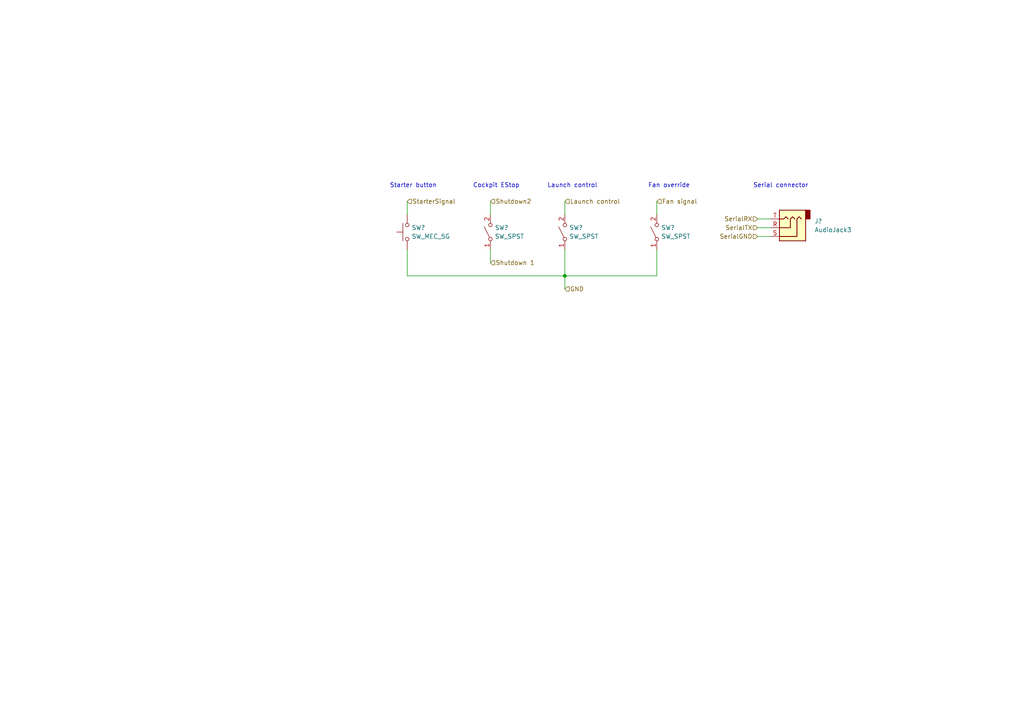
<source format=kicad_sch>
(kicad_sch (version 20211123) (generator eeschema)
  (paper "A4")
  (lib_symbols
    (symbol "Connector:AudioJack3"
      (property "Reference" "J" (at 0 8.89 0))
      (property "Value" "AudioJack3" (at 0 6.35 0))
      (symbol "AudioJack3_0_1"
        (rectangle (start -5.08 -5.08) (end -6.35 -2.54) (stroke (width 0.254)) (fill (type outline)))
        (polyline (pts (xy 0 -2.54) (xy 0.635 -3.175) (xy 1.27 -2.54) (xy 2.54 -2.54)) (stroke (width 0.254)))
        (polyline (pts (xy -1.905 -2.54) (xy -1.27 -3.175) (xy -0.635 -2.54) (xy -0.635 0) (xy 2.54 0)) (stroke (width 0.254)))
        (polyline (pts (xy 2.54 2.54) (xy -2.54 2.54) (xy -2.54 -2.54) (xy -3.175 -3.175) (xy -3.81 -2.54)) (stroke (width 0.254)))
        (rectangle (start 2.54 3.81) (end -5.08 -5.08) (stroke (width 0.254)) (fill (type background)))
      )
      (symbol "AudioJack3_1_1"
        (pin passive line (at 5.08 0 180) (length 2.54) (name "~") (number "R"))
        (pin passive line (at 5.08 2.54 180) (length 2.54) (name "~") (number "S"))
        (pin passive line (at 5.08 -2.54 180) (length 2.54) (name "~") (number "T"))
      )
    )
    (symbol "Switch:SW_MEC_5G" (pin_numbers hide) (pin_names (offset 1.016) hide)
      (property "Reference" "SW" (at 1.27 2.54 0))
      (property "Value" "SW_MEC_5G" (at 0 -1.524 0))
      (symbol "SW_MEC_5G_0_1"
        (circle (center -2.032 0) (radius 0.508))
        (polyline (pts (xy 0 1.27) (xy 0 3.048)))
        (polyline (pts (xy 2.54 1.27) (xy -2.54 1.27)))
        (circle (center 2.032 0) (radius 0.508))
        (pin passive line (at -5.08 0 0) (length 2.54) (name "A") (number "1"))
        (pin passive line (at 5.08 0 180) (length 2.54) (name "B") (number "3"))
      )
      (symbol "SW_MEC_5G_1_1"
        (pin passive line (at -5.08 0 0) (length 2.54) hide (name "A") (number "2"))
        (pin passive line (at 5.08 0 180) (length 2.54) hide (name "B") (number "4"))
      )
    )
    (symbol "Switch:SW_SPST" (pin_names (offset 0) hide)
      (property "Reference" "SW" (at 0 3.175 0))
      (property "Value" "SW_SPST" (at 0 -2.54 0))
      (symbol "SW_SPST_0_0"
        (circle (center -2.032 0) (radius 0.508))
        (polyline (pts (xy -1.524 0.254) (xy 1.524 1.778)))
        (circle (center 2.032 0) (radius 0.508))
      )
      (symbol "SW_SPST_1_1"
        (pin passive line (at -5.08 0 0) (length 2.54) (name "A") (number "1"))
        (pin passive line (at 5.08 0 180) (length 2.54) (name "B") (number "2"))
      )
    )
  )
  (junction (at 163.83 80.01))
  (wire (pts (xy 219.71 68.58) (xy 223.52 68.58)))
  (wire (pts (xy 163.83 58.42) (xy 163.83 62.23)))
  (wire (pts (xy 163.83 80.01) (xy 163.83 83.82)))
  (wire (pts (xy 163.83 80.01) (xy 190.5 80.01)))
  (wire (pts (xy 118.11 72.39) (xy 118.11 80.01)))
  (wire (pts (xy 219.71 63.5) (xy 223.52 63.5)))
  (wire (pts (xy 219.71 66.04) (xy 223.52 66.04)))
  (wire (pts (xy 190.5 80.01) (xy 190.5 72.39)))
  (wire (pts (xy 190.5 58.42) (xy 190.5 62.23)))
  (wire (pts (xy 142.24 58.42) (xy 142.24 62.23)))
  (wire (pts (xy 163.83 72.39) (xy 163.83 80.01)))
  (wire (pts (xy 118.11 58.42) (xy 118.11 62.23)))
  (wire (pts (xy 163.83 80.01) (xy 118.11 80.01)))
  (wire (pts (xy 142.24 72.39) (xy 142.24 76.2)))
  (text "Serial connector" (at 218.44 54.61 0) (effects (font (size 1.27 1.27)) (justify left bottom)))
  (text "Starter button" (at 113.03 54.61 0) (effects (font (size 1.27 1.27)) (justify left bottom)))
  (text "Fan override" (at 187.96 54.61 0) (effects (font (size 1.27 1.27)) (justify left bottom)))
  (text "Launch control" (at 158.75 54.61 0) (effects (font (size 1.27 1.27)) (justify left bottom)))
  (text "Cockpit EStop" (at 137.16 54.61 0) (effects (font (size 1.27 1.27)) (justify left bottom)))
  (hierarchical_label "SerialRX" (shape input) (at 219.71 63.5 180))
  (hierarchical_label "Fan signal" (shape input) (at 190.5 58.42 0))
  (hierarchical_label "GND" (shape input) (at 163.83 83.82 0))
  (hierarchical_label "Shutdown2" (shape input) (at 142.24 58.42 0))
  (hierarchical_label "SerialGND" (shape input) (at 219.71 68.58 180))
  (hierarchical_label "SerialTX" (shape input) (at 219.71 66.04 180))
  (hierarchical_label "Shutdown 1" (shape input) (at 142.24 76.2 0))
  (hierarchical_label "StarterSignal" (shape input) (at 118.11 58.42 0))
  (hierarchical_label "Launch control" (shape input) (at 163.83 58.42 0))
  (symbol (lib_id "Switch:SW_SPST") (at 142.24 67.31 90) (unit 1)
    (property "Reference" "SW?" (at 143.51 66.0399 90) (effects (justify right)))
    (property "Value" "SW_SPST" (at 143.51 68.5799 90) (effects (justify right)))
  )
  (symbol (lib_id "Switch:SW_MEC_5G") (at 118.11 67.31 90) (unit 1)
    (property "Reference" "SW?" (at 119.38 66.0399 90) (effects (justify right)))
    (property "Value" "SW_MEC_5G" (at 119.38 68.5799 90) (effects (justify right)))
    (property "Datasheet" "http://www.apem.com/int/index.php?controller=attachment&id_attachment=488" (effects hide))
  )
  (symbol (lib_id "Switch:SW_SPST") (at 190.5 67.31 90) (unit 1)
    (property "Reference" "SW?" (at 191.77 66.0399 90) (effects (justify right)))
    (property "Value" "SW_SPST" (at 191.77 68.5799 90) (effects (justify right)))
  )
  (symbol (lib_id "Connector:AudioJack3") (at 228.6 66.04 180) (unit 1)
    (property "Reference" "J?" (at 236.22 64.1349 0) (effects (justify right)))
    (property "Value" "AudioJack3" (at 236.22 66.6749 0) (effects (justify right)))
  )
  (symbol (lib_id "Switch:SW_SPST") (at 163.83 67.31 90) (unit 1)
    (property "Reference" "SW?" (at 165.1 66.0399 90) (effects (justify right)))
    (property "Value" "SW_SPST" (at 165.1 68.5799 90) (effects (justify right)))
  )
)
</source>
